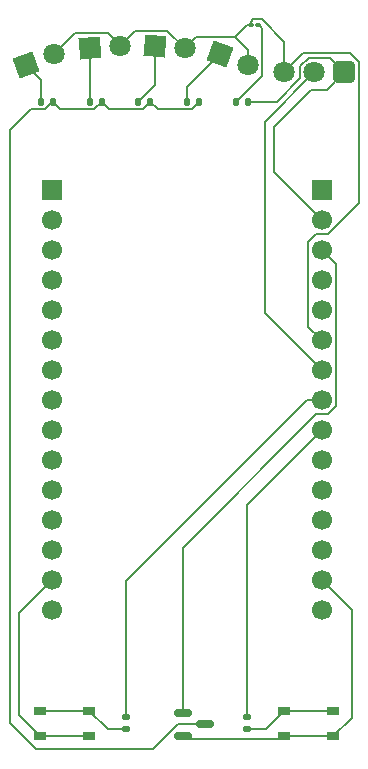
<source format=gbr>
%TF.GenerationSoftware,KiCad,Pcbnew,9.0.2*%
%TF.CreationDate,2025-06-28T18:53:08+03:00*%
%TF.ProjectId,esp-remote-board,6573702d-7265-46d6-9f74-652d626f6172,rev?*%
%TF.SameCoordinates,Original*%
%TF.FileFunction,Copper,L1,Top*%
%TF.FilePolarity,Positive*%
%FSLAX46Y46*%
G04 Gerber Fmt 4.6, Leading zero omitted, Abs format (unit mm)*
G04 Created by KiCad (PCBNEW 9.0.2) date 2025-06-28 18:53:08*
%MOMM*%
%LPD*%
G01*
G04 APERTURE LIST*
G04 Aperture macros list*
%AMRoundRect*
0 Rectangle with rounded corners*
0 $1 Rounding radius*
0 $2 $3 $4 $5 $6 $7 $8 $9 X,Y pos of 4 corners*
0 Add a 4 corners polygon primitive as box body*
4,1,4,$2,$3,$4,$5,$6,$7,$8,$9,$2,$3,0*
0 Add four circle primitives for the rounded corners*
1,1,$1+$1,$2,$3*
1,1,$1+$1,$4,$5*
1,1,$1+$1,$6,$7*
1,1,$1+$1,$8,$9*
0 Add four rect primitives between the rounded corners*
20,1,$1+$1,$2,$3,$4,$5,0*
20,1,$1+$1,$4,$5,$6,$7,0*
20,1,$1+$1,$6,$7,$8,$9,0*
20,1,$1+$1,$8,$9,$2,$3,0*%
%AMRotRect*
0 Rectangle, with rotation*
0 The origin of the aperture is its center*
0 $1 length*
0 $2 width*
0 $3 Rotation angle, in degrees counterclockwise*
0 Add horizontal line*
21,1,$1,$2,0,0,$3*%
G04 Aperture macros list end*
%TA.AperFunction,SMDPad,CuDef*%
%ADD10RoundRect,0.135000X-0.135000X-0.185000X0.135000X-0.185000X0.135000X0.185000X-0.135000X0.185000X0*%
%TD*%
%TA.AperFunction,ComponentPad*%
%ADD11RotRect,1.800000X1.800000X355.000000*%
%TD*%
%TA.AperFunction,ComponentPad*%
%ADD12C,1.800000*%
%TD*%
%TA.AperFunction,ComponentPad*%
%ADD13R,1.700000X1.700000*%
%TD*%
%TA.AperFunction,ComponentPad*%
%ADD14C,1.700000*%
%TD*%
%TA.AperFunction,SMDPad,CuDef*%
%ADD15R,1.050000X0.650000*%
%TD*%
%TA.AperFunction,ComponentPad*%
%ADD16RotRect,1.800000X1.800000X5.000000*%
%TD*%
%TA.AperFunction,SMDPad,CuDef*%
%ADD17RoundRect,0.135000X-0.185000X0.135000X-0.185000X-0.135000X0.185000X-0.135000X0.185000X0.135000X0*%
%TD*%
%TA.AperFunction,ComponentPad*%
%ADD18RotRect,1.800000X1.800000X20.000000*%
%TD*%
%TA.AperFunction,ComponentPad*%
%ADD19RoundRect,0.248400X0.651600X0.651600X-0.651600X0.651600X-0.651600X-0.651600X0.651600X-0.651600X0*%
%TD*%
%TA.AperFunction,ComponentPad*%
%ADD20RotRect,1.800000X1.800000X340.000000*%
%TD*%
%TA.AperFunction,SMDPad,CuDef*%
%ADD21RoundRect,0.100000X0.130000X0.100000X-0.130000X0.100000X-0.130000X-0.100000X0.130000X-0.100000X0*%
%TD*%
%TA.AperFunction,SMDPad,CuDef*%
%ADD22RoundRect,0.150000X-0.587500X-0.150000X0.587500X-0.150000X0.587500X0.150000X-0.587500X0.150000X0*%
%TD*%
%TA.AperFunction,Conductor*%
%ADD23C,0.200000*%
%TD*%
G04 APERTURE END LIST*
D10*
%TO.P,R20,1*%
%TO.N,Net-(D6-K)*%
X148846270Y-75260000D03*
%TO.P,R20,2*%
%TO.N,Net-(Q1-C)*%
X149866270Y-75260000D03*
%TD*%
D11*
%TO.P,D6,1,K*%
%TO.N,Net-(D6-K)*%
X150249770Y-70538624D03*
D12*
%TO.P,D6,2,A*%
%TO.N,/VDD3V3*%
X152780106Y-70760000D03*
%TD*%
D13*
%TO.P,J2,1,Pin_1*%
%TO.N,unconnected-(J2-Pin_1-Pad1)*%
X164390000Y-82782730D03*
D14*
%TO.P,J2,2,Pin_2*%
%TO.N,/D1*%
X164390000Y-85322730D03*
%TO.P,J2,3,Pin_3*%
%TO.N,/D2*%
X164390000Y-87862730D03*
%TO.P,J2,4,Pin_4*%
%TO.N,unconnected-(J2-Pin_4-Pad4)*%
X164390000Y-90402730D03*
%TO.P,J2,5,Pin_5*%
%TO.N,unconnected-(J2-Pin_5-Pad5)*%
X164390000Y-92942730D03*
%TO.P,J2,6,Pin_6*%
%TO.N,/VDD3V3*%
X164390000Y-95482730D03*
%TO.P,J2,7,Pin_7*%
%TO.N,GND*%
X164390000Y-98022730D03*
%TO.P,J2,8,Pin_8*%
%TO.N,/D5*%
X164390000Y-100562730D03*
%TO.P,J2,9,Pin_9*%
%TO.N,/D6*%
X164390000Y-103102730D03*
%TO.P,J2,10,Pin_10*%
%TO.N,unconnected-(J2-Pin_10-Pad10)*%
X164390000Y-105642730D03*
%TO.P,J2,11,Pin_11*%
%TO.N,unconnected-(J2-Pin_11-Pad11)*%
X164390000Y-108182730D03*
%TO.P,J2,12,Pin_12*%
%TO.N,unconnected-(J2-Pin_12-Pad12)*%
X164390000Y-110722730D03*
%TO.P,J2,13,Pin_13*%
%TO.N,unconnected-(J2-Pin_13-Pad13)*%
X164390000Y-113262730D03*
%TO.P,J2,14,Pin_14*%
%TO.N,GND*%
X164390000Y-115802730D03*
%TO.P,J2,15,Pin_15*%
%TO.N,/VDD3V3*%
X164390000Y-118342730D03*
%TD*%
D10*
%TO.P,R15,1*%
%TO.N,Net-(D3-K)*%
X157101270Y-75260000D03*
%TO.P,R15,2*%
%TO.N,/D1*%
X158121270Y-75260000D03*
%TD*%
D15*
%TO.P,SW3,1,1*%
%TO.N,Net-(R16-Pad2)*%
X140505256Y-126832230D03*
X144655256Y-126832230D03*
%TO.P,SW3,2,2*%
%TO.N,GND*%
X140505256Y-128982230D03*
X144655256Y-128982230D03*
%TD*%
D10*
%TO.P,R21,1*%
%TO.N,Net-(D7-K)*%
X152973770Y-75260000D03*
%TO.P,R21,2*%
%TO.N,Net-(Q1-C)*%
X153993770Y-75260000D03*
%TD*%
D16*
%TO.P,D5,1,K*%
%TO.N,Net-(D5-K)*%
X144779770Y-70760000D03*
D12*
%TO.P,D5,2,A*%
%TO.N,/VDD3V3*%
X147310106Y-70538624D03*
%TD*%
D17*
%TO.P,R17,1*%
%TO.N,/D6*%
X158052564Y-127397230D03*
%TO.P,R17,2*%
%TO.N,Net-(R17-Pad2)*%
X158052564Y-128417230D03*
%TD*%
D18*
%TO.P,D4,1,K*%
%TO.N,Net-(D4-K)*%
X139309770Y-72128731D03*
D12*
%TO.P,D4,2,A*%
%TO.N,/VDD3V3*%
X141696589Y-71260000D03*
%TD*%
D19*
%TO.P,U2,1,OUT*%
%TO.N,/D1*%
X166289770Y-72760000D03*
D12*
%TO.P,U2,2,GND*%
%TO.N,GND*%
X163749770Y-72760000D03*
%TO.P,U2,3,Vs*%
%TO.N,/VDD3V3*%
X161209770Y-72760000D03*
%TD*%
D13*
%TO.P,J1,1,Pin_1*%
%TO.N,unconnected-(J1-Pin_1-Pad1)*%
X141530000Y-82782730D03*
D14*
%TO.P,J1,2,Pin_2*%
%TO.N,unconnected-(J1-Pin_2-Pad2)*%
X141530000Y-85322730D03*
%TO.P,J1,3,Pin_3*%
%TO.N,unconnected-(J1-Pin_3-Pad3)*%
X141530000Y-87862730D03*
%TO.P,J1,4,Pin_4*%
%TO.N,unconnected-(J1-Pin_4-Pad4)*%
X141530000Y-90402730D03*
%TO.P,J1,5,Pin_5*%
%TO.N,unconnected-(J1-Pin_5-Pad5)*%
X141530000Y-92942730D03*
%TO.P,J1,6,Pin_6*%
%TO.N,unconnected-(J1-Pin_6-Pad6)*%
X141530000Y-95482730D03*
%TO.P,J1,7,Pin_7*%
%TO.N,unconnected-(J1-Pin_7-Pad7)*%
X141530000Y-98022730D03*
%TO.P,J1,8,Pin_8*%
%TO.N,unconnected-(J1-Pin_8-Pad8)*%
X141530000Y-100562730D03*
%TO.P,J1,9,Pin_9*%
%TO.N,unconnected-(J1-Pin_9-Pad9)*%
X141530000Y-103102730D03*
%TO.P,J1,10,Pin_10*%
%TO.N,GND*%
X141530000Y-105642730D03*
%TO.P,J1,11,Pin_11*%
%TO.N,/VDD3V3*%
X141530000Y-108182730D03*
%TO.P,J1,12,Pin_12*%
%TO.N,unconnected-(J1-Pin_12-Pad12)*%
X141530000Y-110722730D03*
%TO.P,J1,13,Pin_13*%
%TO.N,unconnected-(J1-Pin_13-Pad13)*%
X141530000Y-113262730D03*
%TO.P,J1,14,Pin_14*%
%TO.N,GND*%
X141530000Y-115802730D03*
%TO.P,J1,15,Pin_15*%
%TO.N,unconnected-(J1-Pin_15-Pad15)*%
X141530000Y-118342730D03*
%TD*%
D20*
%TO.P,D7,1,K*%
%TO.N,Net-(D7-K)*%
X155719770Y-71260000D03*
D12*
%TO.P,D7,2,A*%
%TO.N,/VDD3V3*%
X158106589Y-72128731D03*
%TD*%
D21*
%TO.P,D3,1,K*%
%TO.N,Net-(D3-K)*%
X159007270Y-68760000D03*
%TO.P,D3,2,A*%
%TO.N,/VDD3V3*%
X158367270Y-68760000D03*
%TD*%
D15*
%TO.P,SW4,1,1*%
%TO.N,Net-(R17-Pad2)*%
X161215000Y-126832230D03*
X165365000Y-126832230D03*
%TO.P,SW4,2,2*%
%TO.N,GND*%
X161215000Y-128982230D03*
X165365000Y-128982230D03*
%TD*%
D22*
%TO.P,Q1,1,B*%
%TO.N,/D2*%
X152592500Y-127044730D03*
%TO.P,Q1,2,E*%
%TO.N,GND*%
X152592500Y-128944730D03*
%TO.P,Q1,3,C*%
%TO.N,Net-(Q1-C)*%
X154467500Y-127994730D03*
%TD*%
D10*
%TO.P,R19,1*%
%TO.N,Net-(D5-K)*%
X144718770Y-75260000D03*
%TO.P,R19,2*%
%TO.N,Net-(Q1-C)*%
X145738770Y-75260000D03*
%TD*%
D17*
%TO.P,R16,1*%
%TO.N,/D5*%
X147817692Y-127397230D03*
%TO.P,R16,2*%
%TO.N,Net-(R16-Pad2)*%
X147817692Y-128417230D03*
%TD*%
D10*
%TO.P,R18,1*%
%TO.N,Net-(D4-K)*%
X140591270Y-75260000D03*
%TO.P,R18,2*%
%TO.N,Net-(Q1-C)*%
X141611270Y-75260000D03*
%TD*%
D23*
%TO.N,GND*%
X159564000Y-93196730D02*
X164390000Y-98022730D01*
X159564000Y-76945770D02*
X159564000Y-93196730D01*
X140505256Y-128982230D02*
X144655256Y-128982230D01*
X166930000Y-127417230D02*
X166930000Y-118342730D01*
X163749770Y-72760000D02*
X159564000Y-76945770D01*
X138736000Y-118596730D02*
X138736000Y-127212974D01*
X166930000Y-118342730D02*
X164390000Y-115802730D01*
X138736000Y-127212974D02*
X140505256Y-128982230D01*
X152592500Y-128944730D02*
X152892499Y-129244729D01*
X165365000Y-128982230D02*
X161215000Y-128982230D01*
X152892499Y-129244729D02*
X160952501Y-129244729D01*
X160952501Y-129244729D02*
X161215000Y-128982230D01*
X138736000Y-118596730D02*
X141530000Y-115802730D01*
X165365000Y-128982230D02*
X166930000Y-127417230D01*
%TO.N,/VDD3V3*%
X158106589Y-70855939D02*
X158106589Y-72128731D01*
X166774820Y-71158000D02*
X167490770Y-71873950D01*
X159297856Y-68279000D02*
X158573730Y-68279000D01*
X143472604Y-69483985D02*
X146255466Y-69483985D01*
X157007270Y-69805459D02*
X157056109Y-69805459D01*
X157056109Y-69805459D02*
X158106589Y-70855939D01*
X147310105Y-70538624D02*
X148586120Y-69262609D01*
X158367270Y-68485460D02*
X158367270Y-68760000D01*
X167490770Y-83849720D02*
X164866760Y-86473730D01*
X158052729Y-68760000D02*
X157007270Y-69805459D01*
X163913240Y-86473730D02*
X163239000Y-87147970D01*
X158573730Y-68279000D02*
X158367270Y-68485460D01*
X152780105Y-70760000D02*
X153734646Y-69805459D01*
X163239000Y-87147970D02*
X163239000Y-94331730D01*
X161209770Y-72760000D02*
X162811770Y-71158000D01*
X158367270Y-68760000D02*
X158052729Y-68760000D01*
X162811770Y-71158000D02*
X166774820Y-71158000D01*
X151282714Y-69262609D02*
X152780105Y-70760000D01*
X148586120Y-69262609D02*
X151282714Y-69262609D01*
X146255466Y-69483985D02*
X147310105Y-70538624D01*
X153734646Y-69805459D02*
X157007270Y-69805459D01*
X164866760Y-86473730D02*
X163913240Y-86473730D01*
X163239000Y-94331730D02*
X164390000Y-95482730D01*
X141696589Y-71260000D02*
X143472604Y-69483985D01*
X161209770Y-72760000D02*
X161209770Y-70190914D01*
X167490770Y-71873950D02*
X167490770Y-83849720D01*
X161209770Y-70190914D02*
X159297856Y-68279000D01*
%TO.N,Net-(D3-K)*%
X159307589Y-69060319D02*
X159307589Y-73053681D01*
X159007270Y-68760000D02*
X159307589Y-69060319D01*
X159307589Y-73053681D02*
X157101270Y-75260000D01*
%TO.N,Net-(D4-K)*%
X139309770Y-72128731D02*
X140591270Y-73410231D01*
X140591270Y-73410231D02*
X140591270Y-75260000D01*
%TO.N,Net-(D5-K)*%
X144779770Y-75199000D02*
X144718770Y-75260000D01*
X144779770Y-70760000D02*
X144779770Y-75199000D01*
%TO.N,Net-(D6-K)*%
X150249770Y-70538624D02*
X150249770Y-73856500D01*
X150249770Y-73856500D02*
X148846270Y-75260000D01*
%TO.N,Net-(D7-K)*%
X152973770Y-74006000D02*
X152973770Y-75260000D01*
X155719770Y-71260000D02*
X152973770Y-74006000D01*
%TO.N,Net-(R17-Pad2)*%
X158052564Y-128417230D02*
X159630000Y-128417230D01*
X161215000Y-126832230D02*
X165365000Y-126832230D01*
X159630000Y-128417230D02*
X161215000Y-126832230D01*
%TO.N,Net-(R16-Pad2)*%
X144655256Y-126832230D02*
X140505256Y-126832230D01*
X146240256Y-128417230D02*
X144655256Y-126832230D01*
X147817692Y-128417230D02*
X146240256Y-128417230D01*
%TO.N,/D1*%
X164776040Y-74273730D02*
X166289770Y-72760000D01*
X162548770Y-72262529D02*
X163252299Y-71559000D01*
X163501000Y-74273730D02*
X160326000Y-77448730D01*
X165088770Y-71559000D02*
X166289770Y-72760000D01*
X160326000Y-81258730D02*
X164390000Y-85322730D01*
X158121270Y-75260000D02*
X160546241Y-75260000D01*
X163252299Y-71559000D02*
X165088770Y-71559000D01*
X160326000Y-77448730D02*
X160326000Y-81258730D01*
X163501000Y-74273730D02*
X164776040Y-74273730D01*
X162548770Y-73257471D02*
X162548770Y-72262529D01*
X160546241Y-75260000D02*
X162548770Y-73257471D01*
%TO.N,/D6*%
X158052564Y-109440166D02*
X164390000Y-103102730D01*
X158052564Y-109440166D02*
X158052564Y-127397230D01*
%TO.N,/D2*%
X165541000Y-101039490D02*
X165541000Y-89013730D01*
X152592500Y-113034470D02*
X163913240Y-101713730D01*
X152592500Y-113034470D02*
X152592500Y-127044730D01*
X163913240Y-101713730D02*
X164866760Y-101713730D01*
X164866760Y-101713730D02*
X165541000Y-101039490D01*
X165541000Y-89013730D02*
X164390000Y-87862730D01*
%TO.N,/D5*%
X164390000Y-100562730D02*
X163120000Y-100562730D01*
X147817692Y-115865038D02*
X147817692Y-127397230D01*
X163120000Y-100562730D02*
X147817692Y-115865038D01*
%TO.N,Net-(Q1-C)*%
X150044660Y-130113102D02*
X152163032Y-127994730D01*
X152163032Y-127994730D02*
X154467500Y-127994730D01*
X149866270Y-75260000D02*
X150487270Y-75881000D01*
X146359770Y-75881000D02*
X149245270Y-75881000D01*
X153372770Y-75881000D02*
X153993770Y-75260000D01*
X137974000Y-127902974D02*
X140184128Y-130113102D01*
X141531610Y-75260000D02*
X140910610Y-75881000D01*
X150487270Y-75881000D02*
X153372770Y-75881000D01*
X141611270Y-75260000D02*
X141531610Y-75260000D01*
X145738770Y-75260000D02*
X146359770Y-75881000D01*
X142232270Y-75881000D02*
X145117770Y-75881000D01*
X140184128Y-130113102D02*
X150044660Y-130113102D01*
X139795730Y-75881000D02*
X137974000Y-77702730D01*
X141611270Y-75260000D02*
X142232270Y-75881000D01*
X140910610Y-75881000D02*
X139795730Y-75881000D01*
X137974000Y-77702730D02*
X137974000Y-127902974D01*
X145117770Y-75881000D02*
X145738770Y-75260000D01*
X149245270Y-75881000D02*
X149866270Y-75260000D01*
%TD*%
M02*

</source>
